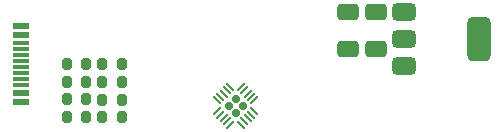
<source format=gtp>
G04 #@! TF.GenerationSoftware,KiCad,Pcbnew,9.0.3*
G04 #@! TF.CreationDate,2025-08-03T15:25:39-04:00*
G04 #@! TF.ProjectId,CH32V003F4U6,43483332-5630-4303-9346-3455362e6b69,rev?*
G04 #@! TF.SameCoordinates,Original*
G04 #@! TF.FileFunction,Paste,Top*
G04 #@! TF.FilePolarity,Positive*
%FSLAX46Y46*%
G04 Gerber Fmt 4.6, Leading zero omitted, Abs format (unit mm)*
G04 Created by KiCad (PCBNEW 9.0.3) date 2025-08-03 15:25:39*
%MOMM*%
%LPD*%
G01*
G04 APERTURE LIST*
G04 Aperture macros list*
%AMRoundRect*
0 Rectangle with rounded corners*
0 $1 Rounding radius*
0 $2 $3 $4 $5 $6 $7 $8 $9 X,Y pos of 4 corners*
0 Add a 4 corners polygon primitive as box body*
4,1,4,$2,$3,$4,$5,$6,$7,$8,$9,$2,$3,0*
0 Add four circle primitives for the rounded corners*
1,1,$1+$1,$2,$3*
1,1,$1+$1,$4,$5*
1,1,$1+$1,$6,$7*
1,1,$1+$1,$8,$9*
0 Add four rect primitives between the rounded corners*
20,1,$1+$1,$2,$3,$4,$5,0*
20,1,$1+$1,$4,$5,$6,$7,0*
20,1,$1+$1,$6,$7,$8,$9,0*
20,1,$1+$1,$8,$9,$2,$3,0*%
G04 Aperture macros list end*
%ADD10RoundRect,0.250000X0.650000X-0.412500X0.650000X0.412500X-0.650000X0.412500X-0.650000X-0.412500X0*%
%ADD11R,1.450000X0.600000*%
%ADD12R,1.450000X0.300000*%
%ADD13RoundRect,0.200000X-0.200000X-0.275000X0.200000X-0.275000X0.200000X0.275000X-0.200000X0.275000X0*%
%ADD14RoundRect,0.200000X0.200000X0.275000X-0.200000X0.275000X-0.200000X-0.275000X0.200000X-0.275000X0*%
%ADD15RoundRect,0.375000X-0.625000X-0.375000X0.625000X-0.375000X0.625000X0.375000X-0.625000X0.375000X0*%
%ADD16RoundRect,0.500000X-0.500000X-1.400000X0.500000X-1.400000X0.500000X1.400000X-0.500000X1.400000X0*%
%ADD17RoundRect,0.167500X-0.236881X0.000000X0.000000X-0.236881X0.236881X0.000000X0.000000X0.236881X0*%
%ADD18RoundRect,0.050000X-0.300520X0.229810X0.229810X-0.300520X0.300520X-0.229810X-0.229810X0.300520X0*%
%ADD19RoundRect,0.050000X-0.300520X-0.229810X-0.229810X-0.300520X0.300520X0.229810X0.229810X0.300520X0*%
G04 APERTURE END LIST*
D10*
X165000000Y-118625000D03*
X165000000Y-115500000D03*
D11*
X134945000Y-116650000D03*
X134945000Y-117450000D03*
D12*
X134945000Y-118650000D03*
X134945000Y-119650000D03*
X134945000Y-120150000D03*
X134945000Y-121150000D03*
D11*
X134945000Y-122350000D03*
X134945000Y-123150000D03*
X134945000Y-123150000D03*
X134945000Y-122350000D03*
D12*
X134945000Y-121650000D03*
X134945000Y-120650000D03*
X134945000Y-119150000D03*
X134945000Y-118150000D03*
D11*
X134945000Y-117450000D03*
X134945000Y-116650000D03*
D10*
X162700000Y-118625000D03*
X162700000Y-115500000D03*
D13*
X141850000Y-121417938D03*
X143500000Y-121417938D03*
D14*
X140500000Y-121391565D03*
X138850000Y-121391565D03*
D13*
X141850000Y-119926908D03*
X143500000Y-119926908D03*
X141850000Y-122908968D03*
X143500000Y-122908968D03*
D14*
X140500000Y-122900000D03*
X138850000Y-122900000D03*
D15*
X167450000Y-115500000D03*
X167450000Y-117800000D03*
D16*
X173750000Y-117800000D03*
D15*
X167450000Y-120100000D03*
D13*
X141850000Y-124399998D03*
X143500000Y-124399998D03*
D17*
X153162000Y-122864172D03*
X152582172Y-123444000D03*
X153741828Y-123444000D03*
X153162000Y-124023828D03*
D18*
X152702381Y-121853010D03*
X152419538Y-122135852D03*
X152136695Y-122418695D03*
X151853852Y-122701538D03*
X151571010Y-122984381D03*
D19*
X151571010Y-123903619D03*
X151853852Y-124186462D03*
X152136695Y-124469305D03*
X152419538Y-124752148D03*
X152702381Y-125034990D03*
D18*
X153621619Y-125034990D03*
X153904462Y-124752148D03*
X154187305Y-124469305D03*
X154470148Y-124186462D03*
X154752990Y-123903619D03*
D19*
X154752990Y-122984381D03*
X154470148Y-122701538D03*
X154187305Y-122418695D03*
X153904462Y-122135852D03*
X153621619Y-121853010D03*
D13*
X138850000Y-124400000D03*
X140500000Y-124400000D03*
X138850000Y-119891565D03*
X140500000Y-119891565D03*
M02*

</source>
